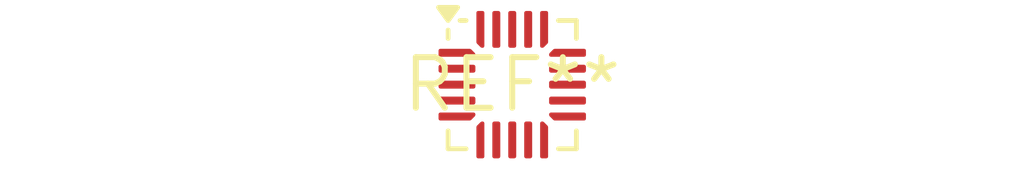
<source format=kicad_pcb>
(kicad_pcb (version 20240108) (generator pcbnew)
  (layers (0 "F.Cu" signal) (31 "B.Cu" signal) (34 "B.Paste" user) (35 "F.Paste" user) (36 "B.SilkS" user "B.Silkscreen") (37 "F.SilkS" user "F.Silkscreen") (38 "B.Mask" user) (39 "F.Mask" user) (44 "Edge.Cuts" user))
  (net 0 "")
  (footprint "UQFN-20_3x3mm_P0.4mm" (layer "F.Cu") (at 0 0)
    (property "Reference" "REF**")
    (property "Value" "UQFN-20_3x3mm_P0.4mm")
    (fp_line (start -1.61 -1.16) (end -1.61 -1.37) (layer "F.SilkS") (stroke (width 0.12)))
    (fp_line (start -1.61 1.61) (end -1.61 1.16) (layer "F.SilkS") (stroke (width 0.12)))
    (fp_line (start -1.16 -1.61) (end -1.31 -1.61) (layer "F.SilkS") (stroke (width 0.12)))
    (fp_line (start -1.16 1.61) (end -1.61 1.61) (layer "F.SilkS") (stroke (width 0.12)))
    (fp_line (start 1.16 -1.61) (end 1.61 -1.61) (layer "F.SilkS") (stroke (width 0.12)))
    (fp_line (start 1.16 1.61) (end 1.61 1.61) (layer "F.SilkS") (stroke (width 0.12)))
    (fp_line (start 1.61 -1.61) (end 1.61 -1.16) (layer "F.SilkS") (stroke (width 0.12)))
    (fp_line (start 1.61 1.61) (end 1.61 1.16) (layer "F.SilkS") (stroke (width 0.12)))
    (fp_poly (pts (xy -1.61 -1.61) (xy -1.85 -1.94) (xy -1.37 -1.94) (xy -1.61 -1.61)) (layer "F.SilkS") (stroke (width 0.12)) (fill solid))
    (pad "1" smd custom (at -1.3875 -0.8) (size 0.115147 0.115147) (layers "F.Cu" "F.Paste" "F.Mask") (options (clearance outline) (anchor circle)) (primitives (gr_poly (pts (xy 0.4225 0.036569) (xy 0.4225 0.06) (xy -0.4225 0.06) (xy -0.4225 -0.06) (xy 0.325931 -0.06)) (width 0.08) (fill yes))))
    (pad "2" smd roundrect (at -1.3875 -0.4) (size 0.925 0.2) (layers "F.Cu" "F.Paste" "F.Mask"))
    (pad "3" smd roundrect (at -1.3875 0) (size 0.925 0.2) (layers "F.Cu" "F.Paste" "F.Mask"))
    (pad "4" smd roundrect (at -1.3875 0.4) (size 0.925 0.2) (layers "F.Cu" "F.Paste" "F.Mask"))
    (pad "5" smd custom (at -1.3875 0.8) (size 0.115147 0.115147) (layers "F.Cu" "F.Paste" "F.Mask") (options (clearance outline) (anchor circle)) (primitives (gr_poly (pts (xy 0.4225 -0.036569) (xy 0.325931 0.06) (xy -0.4225 0.06) (xy -0.4225 -0.06) (xy 0.4225 -0.06)) (width 0.08) (fill yes))))
    (pad "6" smd custom (at -0.8 1.3875) (size 0.115147 0.115147) (layers "F.Cu" "F.Paste" "F.Mask") (options (clearance outline) (anchor circle)) (primitives (gr_poly (pts (xy 0.06 0.4225) (xy -0.06 0.4225) (xy -0.06 -0.325931) (xy 0.036569 -0.4225) (xy 0.06 -0.4225)) (width 0.08) (fill yes))))
    (pad "7" smd roundrect (at -0.4 1.3875) (size 0.2 0.925) (layers "F.Cu" "F.Paste" "F.Mask"))
    (pad "8" smd roundrect (at 0 1.3875) (size 0.2 0.925) (layers "F.Cu" "F.Paste" "F.Mask"))
    (pad "9" smd roundrect (at 0.4 1.3875) (size 0.2 0.925) (layers "F.Cu" "F.Paste" "F.Mask"))
    (pad "10" smd custom (at 0.8 1.3875) (size 0.115147 0.115147) (layers "F.Cu" "F.Paste" "F.Mask") (options (clearance outline) (anchor circle)) (primitives (gr_poly (pts (xy 0.06 -0.325931) (xy 0.06 0.4225) (xy -0.06 0.4225) (xy -0.06 -0.4225) (xy -0.036569 -0.4225)) (width 0.08) (fill yes))))
    (pad "11" smd custom (at 1.3875 0.8) (size 0.115147 0.115147) (layers "F.Cu" "F.Paste" "F.Mask") (options (clearance outline) (anchor circle)) (primitives (gr_poly (pts (xy 0.4225 0.06) (xy -0.325931 0.06) (xy -0.4225 -0.036569) (xy -0.4225 -0.06) (xy 0.4225 -0.06)) (width 0.08) (fill yes))))
    (pad "12" smd roundrect (at 1.3875 0.4) (size 0.925 0.2) (layers "F.Cu" "F.Paste" "F.Mask"))
    (pad "13" smd roundrect (at 1.3875 0) (size 0.925 0.2) (layers "F.Cu" "F.Paste" "F.Mask"))
    (pad "14" smd roundrect (at 1.3875 -0.4) (size 0.925 0.2) (layers "F.Cu" "F.Paste" "F.Mask"))
    (pad "15" smd custom (at 1.3875 -0.8) (size 0.115147 0.115147) (layers "F.Cu" "F.Paste" "F.Mask") (options (clearance outline) (anchor circle)) (primitives (gr_poly (pts (xy 0.4225 0.06) (xy -0.4225 0.06) (xy -0.4225 0.036569) (xy -0.325931 -0.06) (xy 0.4225 -0.06)) (width 0.08) (fill yes))))
    (pad "16" smd custom (at 0.8 -1.3875) (size 0.115147 0.115147) (layers "F.Cu" "F.Paste" "F.Mask") (options (clearance outline) (anchor circle)) (primitives (gr_poly (pts (xy 0.06 0.325931) (xy -0.036569 0.4225) (xy -0.06 0.4225) (xy -0.06 -0.4225) (xy 0.06 -0.4225)) (width 0.08) (fill yes))))
    (pad "17" smd roundrect (at 0.4 -1.3875) (size 0.2 0.925) (layers "F.Cu" "F.Paste" "F.Mask"))
    (pad "18" smd roundrect (at 0 -1.3875) (size 0.2 0.925) (layers "F.Cu" "F.Paste" "F.Mask"))
    (pad "19" smd roundrect (at -0.4 -1.3875) (size 0.2 0.925) (layers "F.Cu" "F.Paste" "F.Mask"))
    (pad "20" smd custom (at -0.8 -1.3875) (size 0.115147 0.115147) (layers "F.Cu" "F.Paste" "F.Mask") (options (clearance outline) (anchor circle)) (primitives (gr_poly (pts (xy 0.06 0.4225) (xy 0.036569 0.4225) (xy -0.06 0.325931) (xy -0.06 -0.4225) (xy 0.06 -0.4225)) (width 0.08) (fill yes))))
  )
)
</source>
